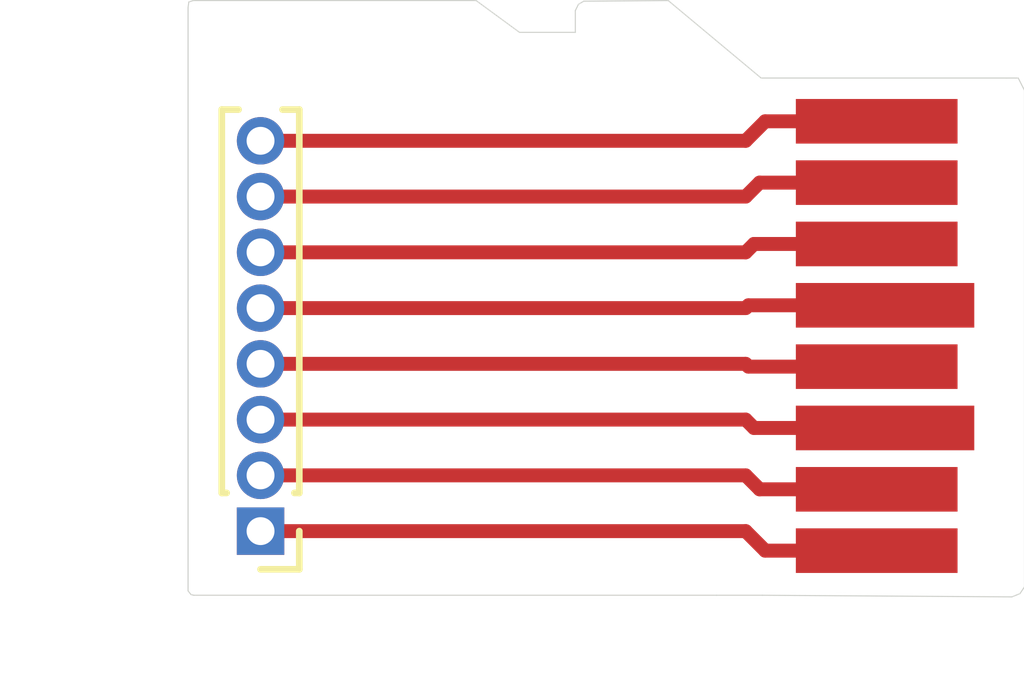
<source format=kicad_pcb>
(kicad_pcb (version 20211014) (generator pcbnew)
  (layers (0 "F.Cu" signal) (31 "B.Cu" signal) (36 "B.SilkS" user "B.Silkscreen") (37 "F.SilkS" user "F.Silkscreen") (38 "B.Mask" user) (39 "F.Mask" user) (44 "Edge.Cuts" user))
  (net 0 "")
  (net 1 "Net-(J1-Pad1)")
  (net 2 "Net-(J1-Pad2)")
  (net 3 "Net-(J1-Pad3)")
  (net 4 "Net-(J1-Pad4)")
  (net 5 "Net-(J1-Pad5)")
  (net 6 "Net-(J1-Pad6)")
  (net 7 "Net-(J1-Pad7)")
  (net 8 "Net-(J1-Pad8)")
  (footprint "microsd-breakout:microSD" (layer "F.Cu") (at 142 105)
    (fp_text reference "SD1" hide)
    (fp_text value "Micro_SD_Card")
    (fp_line (start 7.000266 -10.596623) (end 6.945392 -10.484916) (layer "Edge.Cuts") (width 0.02))
    (fp_line (start 0.092109 -10.665214) (end 0.013718 -10.639738) (layer "Edge.Cuts") (width 0.02))
    (fp_line (start 8.611189 -10.665214) (end 7.094334 -10.653456) (layer "Edge.Cuts") (width 0.02))
    (fp_line (start 0 -0.078587) (end 0.052914 -0.011955) (layer "Edge.Cuts") (width 0.02))
    (fp_line (start 15.000009 -9.054291) (end 14.888303 -9.275744) (layer "Edge.Cuts") (width 0.02))
    (fp_line (start 14.919659 -0.029593) (end 15.000009 -0.151098) (layer "Edge.Cuts") (width 0.02))
    (fp_line (start 0.052914 -0.011955) (end 0.103867 0) (layer "Edge.Cuts") (width 0.02))
    (fp_line (start 14.774637 0.0292) (end 14.919659 -0.029593) (layer "Edge.Cuts") (width 0.02))
    (fp_line (start 6.945392 -10.484916) (end 6.945392 -10.094924) (layer "Edge.Cuts") (width 0.02))
    (fp_line (start 9.477403 0) (end 10.300503 0) (layer "Edge.Cuts") (width 0.02))
    (fp_line (start 6.945392 -10.094924) (end 5.943955 -10.094924) (layer "Edge.Cuts") (width 0.02))
    (fp_line (start 5.16593 -10.665214) (end 0.092109 -10.665214) (layer "Edge.Cuts") (width 0.02))
    (fp_line (start 5.943955 -10.094924) (end 5.16593 -10.665214) (layer "Edge.Cuts") (width 0.02))
    (fp_line (start 15.000009 -0.151098) (end 15.000009 -9.054291) (layer "Edge.Cuts") (width 0.02))
    (fp_line (start 10.276986 -9.275744) (end 8.611189 -10.665214) (layer "Edge.Cuts") (width 0.02))
    (fp_line (start 0 -10.53979) (end 0 -0.078587) (layer "Edge.Cuts") (width 0.02))
    (fp_line (start 14.66685 -9.275744) (end 10.276986 -9.275744) (layer "Edge.Cuts") (width 0.02))
    (fp_line (start 0.103867 0) (end 9.477403 0) (layer "Edge.Cuts") (width 0.02))
    (fp_line (start 10.300503 0) (end 14.774637 0.0292) (layer "Edge.Cuts") (width 0.02))
    (fp_line (start 0.013718 -10.639738) (end 0 -10.53979) (layer "Edge.Cuts") (width 0.02))
    (fp_line (start 7.094334 -10.653456) (end 7.000266 -10.596623) (layer "Edge.Cuts") (width 0.02))
    (fp_line (start 14.888303 -9.275744) (end 14.66685 -9.275744) (layer "Edge.Cuts") (width 0.02))
    (pad "1" connect rect (at 12.35 -7.4) (size 2.9 0.8) (layers "F.Cu" "F.Mask") (net 7 "Net-(J1-Pad7)"))
    (pad "2" connect rect (at 12.35 -6.3) (size 2.9 0.8) (layers "F.Cu" "F.Mask") (net 6 "Net-(J1-Pad6)"))
    (pad "4" connect rect (at 12.5 -5.2) (size 3.2 0.8) (layers "F.Cu" "F.Mask") (net 5 "Net-(J1-Pad5)"))
    (pad "5" connect rect (at 12.35 -4.1) (size 2.9 0.8) (layers "F.Cu" "F.Mask") (net 4 "Net-(J1-Pad4)"))
    (pad "6" connect rect (at 12.5 -3) (size 3.2 0.8) (layers "F.Cu" "F.Mask") (net 3 "Net-(J1-Pad3)"))
    (pad "7" connect rect (at 12.35 -1.9) (size 2.9 0.8) (layers "F.Cu" "F.Mask") (net 2 "Net-(J1-Pad2)"))
    (pad "8" connect rect (at 12.35 -0.8) (size 2.9 0.8) (layers "F.Cu" "F.Mask") (net 1 "Net-(J1-Pad1)"))
    (pad "9" connect rect (at 12.35 -8.5) (size 2.9 0.8) (layers "F.Cu" "F.Mask") (net 8 "Net-(J1-Pad8)"))
  )
  (footprint "Connector_PinHeader_1.00mm:PinHeader_1x08_P1.00mm_Vertical" (layer "F.Cu") (at 143.3 103.85 180)
    (fp_text reference "J1" hide)
    (fp_text value "Conn_01x08")
    (fp_line (start -0.695 0.685) (end -0.608276 0.685) (layer "F.SilkS") (width 0.12))
    (fp_line (start 0.608276 0.685) (end 0.695 0.685) (layer "F.SilkS") (width 0.12))
    (fp_line (start -0.695 0.685) (end -0.695 7.56) (layer "F.SilkS") (width 0.12))
    (fp_line (start 0.394493 7.56) (end 0.695 7.56) (layer "F.SilkS") (width 0.12))
    (fp_line (start -0.695 7.56) (end -0.394493 7.56) (layer "F.SilkS") (width 0.12))
    (fp_line (start 0.695 0.685) (end 0.695 7.56) (layer "F.SilkS") (width 0.12))
    (fp_line (start -0.695 -0.685) (end 0 -0.685) (layer "F.SilkS") (width 0.12))
    (fp_line (start -0.695 0) (end -0.695 -0.685) (layer "F.SilkS") (width 0.12))
    (pad "1" thru_hole rect (at 0 0 180) (size 0.85 0.85) (drill 0.5) (layers *.Cu *.Mask) (net 1 "Net-(J1-Pad1)"))
    (pad "2" thru_hole oval (at 0 1 180) (size 0.85 0.85) (drill 0.5) (layers *.Cu *.Mask) (net 2 "Net-(J1-Pad2)"))
    (pad "3" thru_hole oval (at 0 2 180) (size 0.85 0.85) (drill 0.5) (layers *.Cu *.Mask) (net 3 "Net-(J1-Pad3)"))
    (pad "4" thru_hole oval (at 0 3 180) (size 0.85 0.85) (drill 0.5) (layers *.Cu *.Mask) (net 4 "Net-(J1-Pad4)"))
    (pad "5" thru_hole oval (at 0 4 180) (size 0.85 0.85) (drill 0.5) (layers *.Cu *.Mask) (net 5 "Net-(J1-Pad5)"))
    (pad "6" thru_hole oval (at 0 5 180) (size 0.85 0.85) (drill 0.5) (layers *.Cu *.Mask) (net 6 "Net-(J1-Pad6)"))
    (pad "7" thru_hole oval (at 0 6 180) (size 0.85 0.85) (drill 0.5) (layers *.Cu *.Mask) (net 7 "Net-(J1-Pad7)"))
    (pad "8" thru_hole oval (at 0 7 180) (size 0.85 0.85) (drill 0.5) (layers *.Cu *.Mask) (net 8 "Net-(J1-Pad8)"))
  )
  (segment (start 152.35 104.2) (end 154.35 104.2) (width 0.25) (layer "F.Cu") (net 1))
  (segment (start 143.3 103.85) (end 152 103.85) (width 0.25) (layer "F.Cu") (net 1))
  (segment (start 152 103.85) (end 152.35 104.2) (width 0.25) (layer "F.Cu") (net 1))
  (segment (start 152 102.85) (end 152.25 103.1) (width 0.25) (layer "F.Cu") (net 2))
  (segment (start 152.25 103.1) (end 154.35 103.1) (width 0.25) (layer "F.Cu") (net 2))
  (segment (start 143.3 102.85) (end 152 102.85) (width 0.25) (layer "F.Cu") (net 2))
  (segment (start 143.3 101.85) (end 152 101.85) (width 0.25) (layer "F.Cu") (net 3))
  (segment (start 152 101.85) (end 152.15 102) (width 0.25) (layer "F.Cu") (net 3))
  (segment (start 152.15 102) (end 154.5 102) (width 0.25) (layer "F.Cu") (net 3))
  (segment (start 152.05 100.9) (end 154.35 100.9) (width 0.25) (layer "F.Cu") (net 4))
  (segment (start 152 100.85) (end 152.05 100.9) (width 0.25) (layer "F.Cu") (net 4))
  (segment (start 143.3 100.85) (end 152 100.85) (width 0.25) (layer "F.Cu") (net 4))
  (segment (start 152 99.85) (end 152.05 99.8) (width 0.25) (layer "F.Cu") (net 5))
  (segment (start 152.05 99.8) (end 154.5 99.8) (width 0.25) (layer "F.Cu") (net 5))
  (segment (start 143.3 99.85) (end 152 99.85) (width 0.25) (layer "F.Cu") (net 5))
  (segment (start 143.3 98.85) (end 152 98.85) (width 0.25) (layer "F.Cu") (net 6))
  (segment (start 152 98.85) (end 152.15 98.7) (width 0.25) (layer "F.Cu") (net 6))
  (segment (start 152.15 98.7) (end 154.35 98.7) (width 0.25) (layer "F.Cu") (net 6))
  (segment (start 152 97.85) (end 152.25 97.6) (width 0.25) (layer "F.Cu") (net 7))
  (segment (start 143.3 97.85) (end 152 97.85) (width 0.25) (layer "F.Cu") (net 7))
  (segment (start 152.25 97.6) (end 154.35 97.6) (width 0.25) (layer "F.Cu") (net 7))
  (segment (start 143.3 96.85) (end 152 96.85) (width 0.25) (layer "F.Cu") (net 8))
  (segment (start 152.35 96.5) (end 154.35 96.5) (width 0.25) (layer "F.Cu") (net 8))
  (segment (start 152 96.85) (end 152.35 96.5) (width 0.25) (layer "F.Cu") (net 8))
)
</source>
